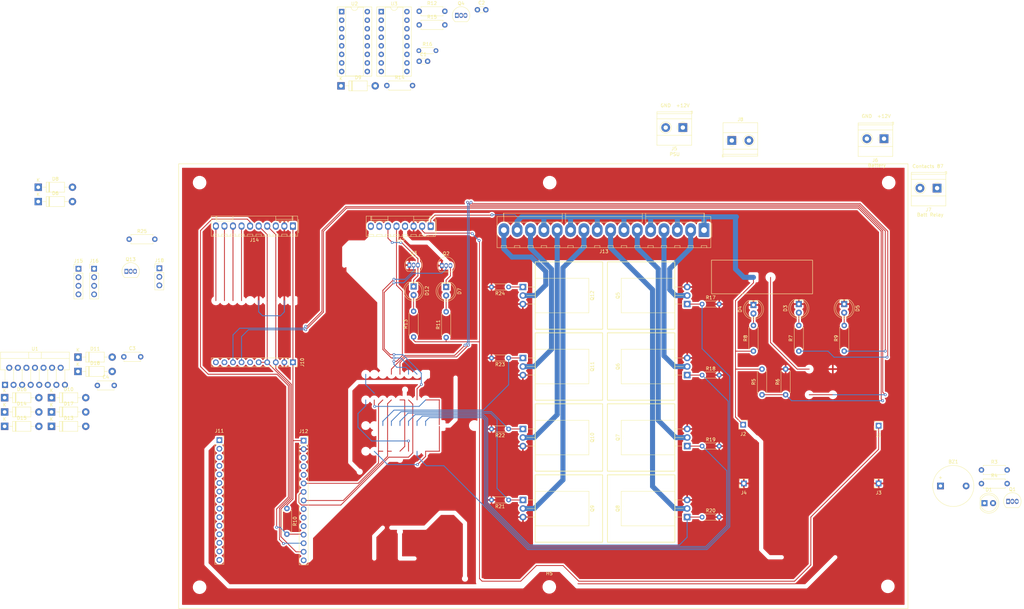
<source format=kicad_pcb>
(kicad_pcb (version 20211014) (generator pcbnew)
  (title_block (title "Greenhouse control unit") (date "2022-03-27") (rev "1"))
  (layers (0 "F.Cu" signal) (31 "B.Cu" signal) (34 "B.Paste" user) (35 "F.Paste" user) (36 "B.SilkS" user "B.Silkscreen") (37 "F.SilkS" user "F.Silkscreen") (38 "B.Mask" user) (39 "F.Mask" user) (44 "Edge.Cuts" user))
  (net 0 "")
  (net 1 "GND")
  (net 2 "Net-(BZ1-Pad1)")
  (net 3 "+5V")
  (net 4 "Net-(D3-Pad2)")
  (net 5 "/SR_CLR")
  (net 6 "/MC_A0")
  (net 7 "+3V3")
  (net 8 "/MC_D5")
  (net 9 "/ADC2_A0")
  (net 10 "/ADC2_A1")
  (net 11 "/Motor2_SR_Q7")
  (net 12 "+10V")
  (net 13 "/StartBeep_SR_Q1")
  (net 14 "/CaseFan_SR_Q2")
  (net 15 "/SW_FET1")
  (net 16 "/SW_FET2")
  (net 17 "/SW_FET3")
  (net 18 "/SW_FET4")
  (net 19 "/BattRelayNC_SR_Q0")
  (net 20 "Net-(D7-Pad2)")
  (net 21 "/BatteryLed_SR_Q4")
  (net 22 "/PsuLed_SR_Q5")
  (net 23 "/SW_FET0")
  (net 24 "/SW_FET5")
  (net 25 "/SW_FET6")
  (net 26 "/MC_D7")
  (net 27 "Net-(D5-Pad2)")
  (net 28 "/Batt+10V")
  (net 29 "/BattRelayNC_Coil_B")
  (net 30 "Net-(D7-Pad1)")
  (net 31 "/SW0_SR_Q08")
  (net 32 "/SW1_SR_Q09")
  (net 33 "/SW2_SR_Q10")
  (net 34 "/SW3_SR_Q11")
  (net 35 "/Motor1_SR_Q6")
  (net 36 "/SW4_SR_Q12")
  (net 37 "/SW5_SR_Q13")
  (net 38 "/ADC2_SCL")
  (net 39 "/MC_D0")
  (net 40 "/MC_D6")
  (net 41 "/MC_D3")
  (net 42 "/ADC2_SCA")
  (net 43 "/ADC1_A0")
  (net 44 "/ADC1_A1")
  (net 45 "/ADC1_A2")
  (net 46 "/ADC1_A3")
  (net 47 "/ADC2_ALRT")
  (net 48 "/ADC2_A2")
  (net 49 "/ADC2_A3")
  (net 50 "/SW6_SR_Q14")
  (net 51 "/SW7_SR_Q15")
  (net 52 "/SW_FET7")
  (net 53 "/MC_D8")
  (net 54 "/MC_D4")
  (net 56 "/PsuRelayNC_Coil")
  (net 57 "/SR_QH1")
  (net 58 "Net-(Q4-Pad2)")
  (net 59 "/SR_~{OE}")
  (net 60 "Net-(Q13-Pad2)")
  (net 61 "/Motor1_OutA")
  (net 62 "/Motor1_OutB")
  (net 63 "/Motor2_OutA")
  (net 64 "/Motor2_OutB")
  (net 65 "Net-(D1-Pad2)")
  (net 66 "Net-(D4-Pad2)")
  (net 67 "Net-(D12-Pad2)")
  (net 85 "/RAD_TX_GND")
  (net 88 "Net-(Q1-Pad1)")
  (footprint "TerminalBlock_Phoenix:TerminalBlock_Phoenix_MKDS-1,5-2-5.08_1x02_P5.08mm_Horizontal" (layer "F.Cu") (at 263.657 32.461 180)
    (fp_text reference "J7")
    (fp_text value "Pluggable_Terminal_01x02")
  )
  (footprint "LED_THT:LED_D5.0mm" (layer "F.Cu") (at 108.332642 61.668 -90)
    (fp_text reference "D12")
    (fp_text value "LED")
  )
  (footprint "Resistor_THT:R_Axial_DIN0204_L3.6mm_D1.6mm_P5.08mm_Horizontal" (layer "F.Cu") (at 193.930642 130.142)
    (fp_text reference "R20")
    (fp_text value "10k")
  )
  (footprint "Connector_PinSocket_2.54mm:PinSocket_1x01_P2.54mm_Vertical" (layer "F.Cu") (at 246.317642 120.155 180)
    (fp_text reference "J3")
    (fp_text value "Buck_Conn_01x01_Female")
  )
  (footprint "Package_TO_SOT_THT:TO-220-15_P2.54x2.54mm_StaggerOdd_Lead4.58mm_Vertical" (layer "F.Cu") (at -12.908 90.88)
    (fp_text reference "U1")
    (fp_text value "L298HN")
  )
  (footprint "MountingHole:MountingHole_3mm" (layer "F.Cu") (at 44.832642 150.97)
    (fp_text reference "H3" hide)
    (fp_text value "MountingHole")
  )
  (footprint "LED_THT:LED_D5.0mm" (layer "F.Cu") (at 209.170642 67.15 -90)
    (fp_text reference "D4")
    (fp_text value "LED")
  )
  (footprint "Connector_PinSocket_2.54mm:PinSocket_1x01_P2.54mm_Vertical" (layer "F.Cu") (at 206.122642 102.71 180)
    (fp_text reference "J2")
    (fp_text value "Buck_Conn_01x01_Female")
  )
  (footprint "Connector_PinSocket_2.54mm:PinSocket_1x01_P2.54mm_Vertical" (layer "F.Cu") (at 246.317642 103.01 180)
    (fp_text reference "J1")
    (fp_text value "Buck_Conn_01x01_Female")
  )
  (footprint "Resistor_THT:R_Axial_DIN0207_L6.3mm_D2.5mm_P7.62mm_Horizontal" (layer "F.Cu") (at 70.740642 127.602 -90)
    (fp_text reference "R10")
    (fp_text value "4k6")
  )
  (footprint "LED_THT:LED_D5.0mm" (layer "F.Cu") (at 236.094642 66.896 -90)
    (fp_text reference "D5")
    (fp_text value "LED")
  )
  (footprint "Connector_PinHeader_2.54mm:PinHeader_1x04_P2.54mm_Vertical" (layer "F.Cu") (at 8.89 56.388)
    (fp_text reference "J15")
    (fp_text value "RX_PinHeader_1x04_P2.54mm")
  )
  (footprint "TerminalBlock_Phoenix:TerminalBlock_Phoenix_MKDS-1,5-2-5.08_1x02_P5.08mm_Horizontal" (layer "F.Cu") (at 247.904 17.78 180)
    (fp_text reference "J6")
    (fp_text value "Pluggable_Terminal_01x02")
  )
  (footprint "Diode_THT:D_DO-41_SOD81_P10.16mm_Horizontal" (layer "F.Cu") (at -13.018 98.94)
    (fp_text reference "D14")
    (fp_text value "1N4007")
  )
  (footprint "Connector_Molex:Molex_KK-396_A-41791-0016_1x16_P3.96mm_Vertical" (layer "F.Cu") (at 194.502142 44.93 180)
    (fp_text reference "J13")
    (fp_text value "Molex_KK-396_01x16")
  )
  (footprint "Resistor_THT:R_Axial_DIN0204_L3.6mm_D1.6mm_P5.08mm_Horizontal" (layer "F.Cu") (at 136.526642 61.816 180)
    (fp_text reference "R24")
    (fp_text value "10k")
  )
  (footprint "Resistor_THT:R_Axial_DIN0207_L6.3mm_D2.5mm_P7.62mm_Horizontal" (layer "F.Cu") (at 117.984642 76.802 90)
    (fp_text reference "R11")
    (fp_text value "2k")
  )
  (footprint "Resistor_THT:R_Axial_DIN0207_L6.3mm_D2.5mm_P7.62mm_Horizontal" (layer "F.Cu") (at 211.710642 86.2 -90)
    (fp_text reference "R5")
    (fp_text value "1M")
  )
  (footprint "Resistor_THT:R_Axial_DIN0207_L6.3mm_D2.5mm_P7.62mm_Horizontal" (layer "F.Cu") (at 109.982 -20.057)
    (fp_text reference "R12")
    (fp_text value "10k")
  )
  (footprint "Diode_THT:D_DO-41_SOD81_P10.16mm_Horizontal" (layer "F.Cu") (at 0.892 94.69)
    (fp_text reference "D10")
    (fp_text value "1N4007")
  )
  (footprint "Resistor_THT:R_Axial_DIN0207_L6.3mm_D2.5mm_P7.62mm_Horizontal" (layer "F.Cu") (at 109.982 -16.007)
    (fp_text reference "R15")
    (fp_text value "10k")
  )
  (footprint "Resistor_THT:R_Axial_DIN0207_L6.3mm_D2.5mm_P7.62mm_Horizontal" (layer "F.Cu") (at 218.710642 93.82 90)
    (fp_text reference "R6")
    (fp_text value "220k")
  )
  (footprint "Resistor_THT:R_Axial_DIN0204_L3.6mm_D1.6mm_P5.08mm_Horizontal" (layer "F.Cu") (at 193.930642 87.978)
    (fp_text reference "R18")
    (fp_text value "10k")
  )
  (footprint "LED_THT:LED_D5.0mm" (layer "F.Cu") (at 117.984642 61.811 -90)
    (fp_text reference "D7")
    (fp_text value "LED")
  )
  (footprint "Connector_PinHeader_2.54mm:PinHeader_1x03_P2.54mm_Vertical" (layer "F.Cu") (at 32.893 56.261)
    (fp_text reference "J18")
    (fp_text value "Conn_01x03_Male")
  )
  (footprint "Capacitor_THT:C_Disc_D4.7mm_W2.5mm_P5.00mm" (layer "F.Cu") (at 22.352 82.55)
    (fp_text reference "C3")
    (fp_text value "100nF")
  )
  (footprint "Connector_PinSocket_2.54mm:PinSocket_1x10_P2.54mm_Vertical" (layer "F.Cu") (at 72.518642 84.193 -90)
    (fp_text reference "J10")
    (fp_text value "Conn_01x10_Female")
  )
  (footprint "Diode_THT:D_DO-41_SOD81_P10.16mm_Horizontal" (layer "F.Cu") (at -13.018 94.69)
    (fp_text reference "D16")
    (fp_text value "1N4007")
  )
  (footprint "Resistor_THT:R_Axial_DIN0204_L3.6mm_D1.6mm_P5.08mm_Horizontal" (layer "F.Cu") (at 193.930642 109.06)
    (fp_text reference "R19")
    (fp_text value "10k")
  )
  (footprint "Diode_THT:D_DO-41_SOD81_P10.16mm_Horizontal" (layer "F.Cu") (at 86.782 2.093)
    (fp_text reference "D9")
    (fp_text value "1N4001")
  )
  (footprint "Connector_PinSocket_2.54mm:PinSocket_1x01_P2.54mm_Vertical" (layer "F.Cu") (at 206.312642 120.155 180)
    (fp_text reference "J4")
    (fp_text value "Buck_Conn_01x01_Female")
  )
  (footprint "Resistor_THT:R_Axial_DIN0207_L6.3mm_D2.5mm_P7.62mm_Horizontal" (layer "F.Cu") (at 23.93 47.633)
    (fp_text reference "R25")
    (fp_text value "10k")
  )
  (footprint "Resistor_THT:R_Axial_DIN0204_L3.6mm_D1.6mm_P5.08mm_Horizontal" (layer "F.Cu") (at 136.526642 82.898 180)
    (fp_text reference "R23")
    (fp_text value "10k")
  )
  (footprint "TerminalBlock_Phoenix:TerminalBlock_Phoenix_MKDS-1,5-2-5.08_1x02_P5.08mm_Horizontal" (layer "F.Cu") (at 188.214 14.478 180)
    (fp_text reference "J5")
    (fp_text value "Pluggable_Terminal_01x02")
  )
  (footprint "Resistor_THT:R_Axial_DIN0204_L3.6mm_D1.6mm_P5.08mm_Horizontal" (layer "F.Cu") (at 109.882 -8.357)
    (fp_text reference "R16")
    (fp_text value "10k")
  )
  (footprint "Package_TO_SOT_THT:TO-92_Inline" (layer "F.Cu") (at 107.062642 55.318)
    (fp_text reference "Q3")
    (fp_text value "2N7000")
  )
  (footprint "Package_DIP:DIP-16_W7.62mm_Socket" (layer "F.Cu") (at 98.732 -19.957)
    (fp_text reference "U3")
    (fp_text value "74HC595")
  )
  (footprint "Package_TO_SOT_THT:TO-220-3_Horizontal_TabDown" (layer "F.Cu") (at 189.511998 87.978 90)
    (fp_text reference "Q6")
    (fp_text value "IRLB8721PBF")
  )
  (footprint "Resistor_THT:R_Axial_DIN0204_L3.6mm_D1.6mm_P5.08mm_Horizontal" (layer "F.Cu") (at 136.526642 103.98 180)
    (fp_text reference "R22")
    (fp_text value "10k")
  )
  (footprint "Diode_THT:D_DO-41_SOD81_P10.16mm_Horizontal" (layer "F.Cu") (at -13.018 103.19)
    (fp_text reference "D15")
    (fp_text value "1N4007")
  )
  (footprint "Connector_Molex:Molex_KK-254_AE-6410-10A_1x10_P2.54mm_Vertical" (layer "F.Cu") (at 72.518642 43.726 180)
    (fp_text reference "J14")
    (fp_text value "Molex_KK-254_01x10")
  )
  (footprint "Diode_THT:D_DO-41_SOD81_P10.16mm_Horizontal" (layer "F.Cu") (at 8.742 86.9)
    (fp_text reference "D18")
    (fp_text value "1N4007")
  )
  (footprint "Buzzer_Beeper:Buzzer_12x9.5RM7.6" (layer "F.Cu") (at 264.668 120.904)
    (fp_text reference "BZ1")
    (fp_text value "Buzzer")
  )
  (footprint "Package_DIP:DIP-16_W7.62mm_Socket" (layer "F.Cu") (at 86.982 -19.957)
    (fp_text reference "U2")
    (fp_text value "74HC595")
  )
  (footprint "Diode_THT:D_DO-41_SOD81_P10.16mm_Horizontal" (layer "F.Cu") (at 0.892 98.94)
    (fp_text reference "D17")
    (fp_text value "1N4007")
  )
  (footprint "Capacitor_THT:C_Disc_D4.7mm_W2.5mm_P5.00mm" (layer "F.Cu") (at 14.502 91.05)
    (fp_text reference "C4")
    (fp_text value "100nF")
  )
  (footprint "Diode_THT:D_DO-41_SOD81_P10.16mm_Horizontal" (layer "F.Cu") (at 8.742 82.65)
    (fp_text reference "D11")
    (fp_text value "1N4007")
  )
  (footprint "Capacitor_THT:C_Disc_D3.0mm_W1.6mm_P2.50mm" (layer "F.Cu") (at 109.982 -5.207)
    (fp_text reference "C1")
    (fp_text value "0.01 μf")
  )
  (footprint "Connector_PinHeader_2.54mm:PinHeader_1x04_P2.54mm_Vertical" (layer "F.Cu") (at 13.54 56.388)
    (fp_text reference "J16")
    (fp_text value "TX_PinHeader_1x04_P2.54mm")
  )
  (footprint "Package_TO_SOT_THT:TO-92_Inline" (layer "F.Cu") (at 23.11 57.163)
    (fp_text reference "Q13")
    (fp_text value "2N2222A")
  )
  (footprint "Resistor_THT:R_Axial_DIN0207_L6.3mm_D2.5mm_P7.62mm_Horizontal" (layer "F.Cu") (at 209.170642 80.866 90)
    (fp_text reference "R8")
    (fp_text value "10k")
  )
  (footprint "Package_TO_SOT_THT:TO-220-3_Horizontal_TabDown" (layer "F.Cu") (at 189.519713 109.06 90)
    (fp_text reference "Q7")
    (fp_text value "IRLB8721PBF")
  )
  (footprint "Connector_PinSocket_2.54mm:PinSocket_1x15_P2.54mm_Vertical" (layer "F.Cu") (at 50.699642 107.312)
    (fp_text reference "J11")
    (fp_text value "Conn_01x15_Female")
  )
  (footprint "MountingHole:MountingHole_3mm" (layer "F.Cu") (at 148.59 150.876)
    (fp_text reference "H5")
    (fp_text value "MountingHole")
  )
  (footprint "Package_TO_SOT_THT:TO-220-3_Horizontal_TabDown" (layer "F.Cu") (at 189.494856 130.142 90)
    (fp_text reference "Q8")
    (fp_text value "IRLB8721PBF")
  )
  (footprint "Resistor_THT:R_Axial_DIN0207_L6.3mm_D2.5mm_P7.62mm_Horizontal" (layer "F.Cu") (at 222.632642 80.866 90)
    (fp_text reference "R7")
    (fp_text value "1k")
  )
  (footprint "Connector_PinSocket_2.54mm:PinSocket_1x15_P2.54mm_Vertical" (layer "F.Cu") (at 75.699642 107.432)
    (fp_text reference "J12")
    (fp_text value "Conn_01x15_Female")
  )
  (footprint "Diode_THT:D_DO-41_SOD81_P10.16mm_Horizontal" (layer "F.Cu") (at -3.048 36.449)
    (fp_text reference "D6")
    (fp_text value "1N4001")
  )
  (footprint "Resistor_THT:R_Axial_DIN0207_L6.3mm_D2.5mm_P7.62mm_Horizontal" (layer "F.Cu") (at 100.392 1.993)
    (fp_text reference "R14")
    (fp_text value "10k")
  )
  (footprint "LED_THT:LED_D5.0mm" (layer "F.Cu") (at 277.718 126.004)
    (fp_text reference "D1")
    (fp_text value "LED")
  )
  (footprint "Package_TO_SOT_THT:TO-220-3_Horizontal_TabDown" (layer "F.Cu") (at 140.758642 103.98 -90)
    (fp_text reference "Q10")
    (fp_text value "IRLB8721PBF")
  )
  (footprint "Package_TO_SOT_THT:TO-220-3_Horizontal_TabDown" (layer "F.Cu") (at 140.744856 61.816 -90)
    (fp_text reference "Q12")
    (fp_text value "IRLB8721PBF")
  )
  (footprint "Package_TO_SOT_THT:TO-220-3_Horizontal_TabDown" (layer "F.Cu") (at 189.508642 66.896 90)
    (fp_text reference "Q5")
    (fp_text value "IRLB8721PBF")
  )
  (footprint "Capacitor_THT:C_Disc_D3.0mm_W1.6mm_P2.50mm" (layer "F.Cu") (at 127.262 -20.507)
    (fp_text reference "C2")
    (fp_text value "0.01 μf")
  )
  (footprint "Resistor_THT:R_Axial_DIN0204_L3.6mm_D1.6mm_P5.08mm_Horizontal" (layer "F.Cu") (at 193.930642 66.896)
    (fp_text reference "R17")
    (fp_text value "10k")
  )
  (footprint "Resistor_THT:R_Axial_DIN0204_L3.6mm_D1.6mm_P5.08mm_Horizontal" (layer "F.Cu") (at 136.526642 125.062 180)
    (fp_text reference "R21")
    (fp_text value "10k")
  )
  (footprint "Diode_THT:D_DO-41_SOD81_P10.16mm_Horizontal" (layer "F.Cu") (at -3.048 32.199)
    (fp_text reference "D8")
    (fp_text value "1N4001")
  )
  (footprint "Resistor_THT:R_Axial_DIN0207_L6.3mm_D2.5mm_P7.62mm_Horizontal" (layer "F.Cu") (at 276.818 120.204)
    (fp_text reference "R4")
    (fp_text value "1k")
  )
  (footprint "LED_THT:LED_D5.0mm" (layer "F.Cu") (at 222.632642 66.896 -90)
    (fp_text reference "D3")
    (fp_text value "LED")
  )
  (footprint "Connector_Molex:Molex_KK-254_AE-6410-08A_1x08_P2.54mm_Vertical" (layer "F.Cu") (at 113.412642 43.782 180)
    (fp_text reference "J17")
    (fp_text value "Molex_KK-254_01x08")
  )
  (footprint "Package_TO_SOT_THT:TO-92_Inline" (layer "F.Cu") (at 116.714642 55.466)
    (fp_text reference "Q2")
    (fp_text value "2N7000")
  )
  (footprint "MountingHole:MountingHole_3mm" (layer "F.Cu") (at 44.832642 30.828)
    (fp_text reference "H1" hide)
    (fp_text value "MountingHole")
  )
  (footprint "MountingHole:MountingHole_3mm" (layer "F.Cu") (at 249.302642 30.828)
    (fp_text reference "H2" hide)
    (fp_text value "MountingHole")
  )
  (footprint "Resistor_THT:R_Axial_DIN0207_L6.3mm_D2.5mm_P7.62mm_Horizontal" (layer "F.Cu") (at 276.818 116.154)
    (fp_text reference "R3")
    (fp_text value "2k")
  )
  (footprint "Package_TO_SOT_THT:TO-220-3_Horizontal_TabDown" (layer "F.Cu") (at 140.783499 125.062 -90)
    (fp_text reference "Q9")
    (fp_text value "IRLB8721PBF")
  )
  (footprint "Package_TO_SOT_THT:TO-92_Inline" (layer "F.Cu") (at 284.728 125.484)
    (fp_text reference "Q1")
    (fp_text value "2N2222A")
  )
  (footprint "Package_TO_SOT_THT:TO-220-3_Horizontal_TabDown" (layer "F.Cu") (at 140.755285 82.898 -90)
    (fp_text reference "Q11")
    (fp_text value "IRLB8721PBF")
  )
  (footprint "MountingHole:MountingHole_3mm" (layer "F.Cu") (at 249.048642 150.716)
    (fp_text reference "H4" hide)
    (fp_text value "MountingHole")
  )
  (footprint "Resistor_THT:R_Axial_DIN0207_L6.3mm_D2.5mm_P7.62mm_Horizontal" (layer "F.Cu") (at 108.332642 76.654 90)
    (fp_text reference "R13")
    (fp_text value "2k")
  )
  (footprint "Resistor_THT:R_Axial_DIN0207_L6.3mm_D2.5mm_P7.62mm_Horizontal" (layer "F.Cu") (at 236.094642 80.866 90)
    (fp_text reference "R9")
    (fp_text value "1k")
  )
  (footprint "MountingHole:MountingHole_3mm" (layer "F.Cu") (at 148.718642 30.828)
    (fp_text reference "H6" hide)
    (fp_text value "MountingHole")
  )
  (footprint "TerminalBlock_Phoenix:TerminalBlock_Phoenix_MKDS-1,5-2-5.08_1x02_P5.08mm_Horizontal" (layer "F.Cu") (at 202.74 18.312)
    (fp_text reference "J8")
    (fp_text value "Pluggable_Terminal_01x02")
  )
  (footprint "Diode_THT:D_DO-41_SOD81_P10.16mm_Horizontal" (layer "F.Cu") (at 0.892 103.19)
    (fp_text reference "D13")
    (fp_text value "1N4007")
  )
  (footprint "Package_TO_SOT_THT:TO-92_Inline" (layer "F.Cu") (at 121.162 -18.827)
    (fp_text reference "Q4")
    (fp_text value "2N2222A")
  )
  (gr_rect (start 196.710642 53.848) (end 226.710642 63.848) (layer "F.SilkS") (width 0.15) (fill none))
  (gr_rect (start 164.418215 116.52) (end 144.418215 96.52) (layer "F.SilkS") (width 0.2) (fill none))
  (gr_rect (start 255.017642 25.24) (end 38.609642 157.32) (layer "F.SilkS") (width 0.15) (fill none))
  (gr_rect (start 164.421572 95.438) (end 144.421572 75.438) (layer "F.SilkS") (width 0.2) (fill none))
  (gr_rect (start 164.393357 137.602) (end 144.393357 117.602) (layer "F.SilkS") (width 0.2) (fill none))
  (gr_rect (start 164.432 74.356) (end 144.432 54.356) (layer "F.SilkS") (width 0.2) (fill none))
  (gr_rect (start 185.828215 74.356) (end 165.828215 54.356) (layer "F.SilkS") (width 0.2) (fill none))
  (gr_rect (start 185.817144 116.52) (end 165.817144 96.52) (layer "F.SilkS") (width 0.2) (fill none))
  (gr_rect (start 185.842001 137.602) (end 165.842001 117.602) (layer "F.SilkS") (width 0.2) (fill none))
  (gr_rect (start 185.824858 95.438) (end 165.824858 75.438) (layer "F.SilkS") (width 0.2) (fill none))
  (segment (start 222.124642 86.2) (end 214.250642 78.326) (width 0.25) (layer "F.Cu") (net 0))
  (segment (start 214.250642 78.326) (end 214.250642 58.951) (width 0.25) (layer "F.Cu") (net 0))
  (segment (start 225.710642 86.2) (end 222.124642 86.2) (width 0.25) (layer "F.Cu") (net 0))
  (segment (start 96.68 93.312) (end 96.614 93.312) (width 0.25) (layer "B.Cu") (net 0))
  (segment (start 96.658642 93.333358) (end 96.68 93.312) (width 0.25) (layer "B.Cu") (net 0))
  (segment (start 94.118642 90.816642) (end 94.118642 87.734) (width 0.25) (layer "B.Cu") (net 0))
  (segment (start 96.614 93.312) (end 94.118642 90.816642) (width 0.25) (layer "B.Cu") (net 0))
  (segment (start 101.982642 48.608) (end 100.712642 47.338) (width 0.25) (layer "F.Cu") (net 1))
  (segment (start 109.602642 53.434) (end 109.602642 55.318) (width 0.25) (layer "F.Cu") (net 1))
  (segment (start 109.602642 55.318) (end 109.602642 58.514) (width 0.25) (layer "F.Cu") (net 1))
  (segment (start 104.776642 48.608) (end 109.602642 53.434) (width 0.25) (layer "F.Cu") (net 1))
  (segment (start 109.602642 58.514) (end 108.332642 59.784) (width 0.25) (layer "F.Cu") (net 1))
  (segment (start 100.712642 47.338) (end 100.712642 43.782) (width 0.25) (layer "F.Cu") (net 1))
  (segment (start 108.332642 59.784) (end 108.332642 61.668) (width 0.25) (layer "F.Cu") (net 1))
  (via (at 104.522642 48.608) (size 0.8) (drill 0.4) (layers "F.Cu" "B.Cu") (net 1))
  (via (at 101.982642 48.608) (size 0.8) (drill 0.4) (layers "F.Cu" "B.Cu") (net 1))
  (segment (start 101.982642 48.608) (end 104.522642 48.608) (width 0.25) (layer "B.Cu") (net 1))
  (segment (start 62.358642 69.216642) (end 63.5 70.358) (width 0.25) (layer "B.Cu") (net 1))
  (segment (start 68.834 70.358) (end 69.978642 69.213358) (width 0.25) (layer "B.Cu") (net 1))
  (segment (start 62.358642 65.88) (end 62.358642 69.216642) (width 0.25) (layer "B.Cu") (net 1))
  (segment (start 63.5 70.358) (end 68.834 70.358) (width 0.25) (layer "B.Cu") (net 1))
  (segment (start 69.978642 69.213358) (end 69.978642 65.88) (width 0.25) (layer "B.Cu") (net 1))
  (segment (start 125.73 45.974) (end 125.57 45.814) (width 0.25) (layer "F.Cu") (net 3))
  (segment (start 108.837358 78.103358) (end 117.984642 78.103358) (width 0.25) (layer "F.Cu") (net 3))
  (segment (start 152.654 144.526) (end 157.32 149.192) (width 0.25) (layer "F.Cu") (net 3))
  (segment (start 128.652642 149.192) (end 140.114 149.192) (width 0.25) (layer "F.Cu") (net 3))
  (segment (start 117.984642 76.802) (end 117.984642 78.103358) (width 0.25) (layer "F.Cu") (net 3))
  (segment (start 127.890642 148.43) (end 128.652642 149.192) (width 0.25) (layer "F.Cu") (net 3))
  (segment (start 127.890642 48.134642) (end 127.762 48.006) (width 0.25) (layer "F.Cu") (net 3))
  (segment (start 144.78 144.526) (end 152.654 144.526) (width 0.25) (layer "F.Cu") (net 3))
  (segment (start 226.188642 144.366) (end 226.188642 130.142) (width 0.25) (layer "F.Cu") (net 3))
  (segment (start 108.332642 77.598642) (end 108.837358 78.103358) (width 0.25) (layer "F.Cu") (net 3))
  (segment (start 246.317642 110.013) (end 246.317642 103.01) (width 0.25) (layer "F.Cu") (net 3))
  (segment (start 110.872642 45.052) (end 110.872642 43.782) (width 0.25) (layer "F.Cu") (net 3))
  (segment (start 125.57 45.814) (end 111.634642 45.814) (width 0.25) (layer "F.Cu") (net 3))
  (segment (start 226.188642 130.142) (end 246.317642 110.013) (width 0.25) (layer "F.Cu") (net 3))
  (segment (start 157.32 149.192) (end 221.362642 149.192) (width 0.25) (layer "F.Cu") (net 3))
  (segment (start 117.984642 78.103358) (end 127.890642 78.103358) (width 0.25) (layer "F.Cu") (net 3))
  (segment (start 127.890642 148.43) (end 127.890642 48.134642) (width 0.25) (layer "F.Cu") (net 3))
  (segment (start 140.114 149.192) (end 144.78 144.526) (width 0.25) (layer "F.Cu") (net 3))
  (segment (start 108.332642 76.654) (end 108.332642 77.598642) (width 0.25) (layer "F.Cu") (net 3))
  (segment (start 111.634642 45.814) (end 110.872642 45.052) (width 0.25) (layer "F.Cu") (net 3))
  (segment (start 221.362642 149.192) (end 226.188642 144.366) (width 0.25) (layer "F.Cu") (net 3))
  (via (at 125.73 45.974) (size 0.8) (drill 0.4) (layers "F.Cu" "B.Cu") (net 3))
  (via (at 127.762 48.006) (size 0.8) (drill 0.4) (layers "F.Cu" "B.Cu") (net 3))
  (segment (start 125.73 45.974) (end 127.762 48.006) (width 0.25) (layer "B.Cu") (net 3))
  (segment (start 222.632642 69.436) (end 222.632642 73.246) (width 0.25) (layer "F.Cu") (net 4))
  (segment (start 96.658642 95.354) (end 96.658642 97.166642) (width 0.25) (layer "F.Cu") (net 5))
  (segment (start 111.898642 112.129358) (end 111.898642 110.594) (width 0.25) (layer "F.Cu") (net 5))
  (segment (start 109.474 114.554) (end 111.898642 112.129358) (width 0.25) (layer "F.Cu") (net 5))
  (segment (start 115.962642 110.594) (end 115.972642 110.584) (width 0.25) (layer "F.Cu") (net 5))
  (segment (start 111.898642 110.594) (end 115.962642 110.594) (width 0.25) (layer "F.Cu") (net 5))
  (segment (start 115.942642 95.354) (end 115.952642 95.344) (width 0.25) (layer "F.Cu") (net 5))
  (segment (start 115.972642 110.584) (end 115.972642 103.198) (width 0.25) (layer "F.Cu") (net 5))
  (segment (start 115.952642 95.344) (end 115.952642 102.71) (width 0.25) (layer "F.Cu") (net 5))
  (segment (start 96.658642 97.166642) (end 96.774 97.282) (width 0.25) (layer "F.Cu") (net 5))
  (segment (start 111.898642 95.354) (end 115.942642 95.354) (width 0.25) (layer "F.Cu") (net 5))
  (via (at 96.774 97.282) (size 0.8) (drill 0.4) (layers "F.Cu" "B.Cu") (net 5))
  (via (at 109.474 114.554) (size 0.8) (drill 0.4) (layers "F.Cu" "B.Cu") (net 5))
  (segment (start 96.658642 110.594) (end 100.618642 114.554) (width 0.25) (layer "B.Cu") (net 5))
  (segment (start 96.774 97.282) (end 109.970642 97.282) (width 0.25) (layer "B.Cu") (net 5))
  (segment (start 100.618642 114.554) (end 109.474 114.554) (width 0.25) (layer "B.Cu") (net 5))
  (segment (start 109.970642 97.282) (end 111.898642 95.354) (width 0.25) (layer "B.Cu") (net 5))
  (segment (start 72.518642 43.726) (end 72.518642 65.88) (width 0.25) (layer "F.Cu") (net 7))
  (segment (start 70.740642 126.586) (end 72.518642 124.808) (width 0.25) (layer "F.Cu") (net 7))
  (segment (start 70.740642 127.602) (end 70.740642 126.586) (width 0.25) (layer "F.Cu") (net 7))
  (segment (start 72.518642 124.808) (end 72.518642 84.193) (width 0.25) (layer "F.Cu") (net 7))
  (segment (start 72.518642 107.432) (end 75.699642 107.432) (width 0.25) (layer "F.Cu") (net 7))
  (segment (start 72.518642 65.88) (end 72.518642 84.193) (width 0.25) (layer "F.Cu") (net 7))
  (segment (start 100.722642 110.594) (end 100.614131 110.485489) (width 0.25) (layer "F.Cu") (net 8))
  (segment (start 100.614131 112.080228) (end 87.482359 125.212) (width 0.25) (layer "F.Cu") (net 8))
  (segment (start 100.614131 96.478511) (end 100.614131 110.485489) (width 0.25) (layer "F.Cu") (net 8))
  (segment (start 100.614131 110.485489) (end 100.614131 112.080228) (width 0.25) (layer "F.Cu") (net 8))
  (segment (start 101.738642 110.594) (end 100.722642 110.594) (width 0.25) (layer "F.Cu") (net 8))
  (segment (start 101.738642 95.354) (end 100.614131 96.478511) (width 0.25) (layer "F.Cu") (net 8))
  (segment (start 87.482359 125.212) (end 75.699642 125.212) (width 0.25) (layer "F.Cu") (net 8))
  (segment (start 81.604162 69.24048) (end 76.328642 74.516) (width 0.25) (layer "F.Cu") (net 9))
  (segment (start 211.710642 93.82) (end 218.710642 93.82) (width 0.25) (layer "F.Cu") (net 9))
  (segment (start 240.226444 38.38952) (end 88.45284 38.38952) (width 0.25) (layer "F.Cu") (net 9))
  (segment (start 81.604162 45.238198) (end 81.604162 69.24048) (width 0.25) (layer "F.Cu") (net 9))
  (segment (start 247.075122 95.14848) (end 247.075122 45.238198) (width 0.25) (layer "F.Cu") (net 9))
  (segment (start 247.075122 45.238198) (end 240.226444 38.38952) (width 0.25) (layer "F.Cu") (net 9))
  (segment (start 247.524642 95.598) (end 247.075122 95.14848) (width 0.25) (layer "F.Cu") (net 9))
  (segment (start 88.45284 38.38952) (end 81.604162 45.238198) (width 0.25) (layer "F.Cu") (net 9))
  (via (at 247.524642 95.598) (size 0.8) (drill 0.4) (layers "F.Cu" "B.Cu") (net 9))
  (via (at 76.328642 74.516) (size 0.8) (drill 0.4) (layers "F.Cu" "B.Cu") (net 9))
  (segment (start 57.278642 84.193) (end 57.278642 76.548) (width 0.25) (layer "B.Cu") (net 9))
  (segment (start 220.488642 95.598) (end 218.710642 93.82) (width 0.25) (layer "B.Cu") (net 9))
  (segment (start 59.310642 74.516) (end 76.328642 74.516) (width 0.25) (layer "B.Cu") (net 9))
  (segment (start 57.278642 76.548) (end 59.310642 74.516) (width 0.25) (layer "B.Cu") (net 9))
  (segment (start 247.524642 95.598) (end 220.488642 95.598) (width 0.25) (layer "B.Cu") (net 9))
  (segment (start 81.154642 45.052) (end 88.266642 37.94) (width 0.25) (layer "F.Cu") (net 10))
  (segment (start 76.713223 73.495701) (end 81.154642 69.054282) (width 0.25) (layer "F.Cu") (net 10))
  (segment (start 247.524642 45.052) (end 247.524642 93.058) (width 0.25) (layer "F.Cu") (net 10))
  (segment (start 247.524642 93.058) (end 248.286642 93.82) (width 0.25) (layer "F.Cu") (net 10))
  (segment (start 88.266642 37.94) (end 240.412642 37.94) (width 0.25) (layer "F.Cu") (net 10))
  (segment (start 81.154642 69.054282) (end 81.154642 45.052) (width 0.25) (layer "F.Cu") (net 10))
  (segment (start 240.412642 37.94) (end 247.524642 45.052) (width 0.25) (layer "F.Cu") (net 10))
  (segment (start 225.710642 93.82) (end 232.710642 93.82) (width 0.25) (layer "F.Cu") (net 10))
  (segment (start 76.324343 73.495701) (end 76.713223 73.495701) (width 0.25) (layer "F.Cu") (net 10))
  (via (at 76.324343 73.495701) (size 0.8) (drill 0.4) (layers "F.Cu" "B.Cu") (net 10))
  (via (at 248.286642 93.82) (size 0.8) (drill 0.4) (layers "F.Cu" "B.Cu") (net 10))
  (segment (start 248.286642 93.82) (end 232.710642 93.82) (width 0.25) (layer "B.Cu") (net 10))
  (segment (start 54.738642 76.04) (end 54.738642 84.193) (width 0.25) (layer "B.Cu") (net 10))
  (segment (start 76.324343 73.495701) (end 75.753564 74.06648) (width 0.25) (layer "B.Cu") (net 10))
  (segment (start 75.753564 74.06648) (end 56.712162 74.06648) (width 0.25) (layer "B.Cu") (net 10))
  (segment (start 56.712162 74.06648) (end 54.738642 76.04) (width 0.25) (layer "B.Cu") (net 10))
  (segment (start 209.170642 60.577358) (end 209.170642 58.951) (width 0.25) (layer "F.Cu") (net 12))
  (segment (start 206.122642 102.71) (end 203.836642 100.424) (width 0.25) (layer "F.Cu") (net 12))
  (segment (start 203.836642 65.911358) (end 209.170642 60.577358) (width 0.25) (layer "F.Cu") (net 12))
  (segment (start 113.412642 41.75) (end 113.412642 43.782) (width 0.25) (layer "F.Cu") (net 12))
  (segment (start 203.836642 100.424) (end 203.836642 65.911358) (width 0.25) (layer "F.Cu") (net 12))
  (segment (start 114.682642 40.48) (end 113.412642 41.75) (width 0.25) (layer "F.Cu") (net 12))
  (segment (start 211.710642 86.2) (end 203.836642 86.2) (width 0.25) (layer "F.Cu") (net 12))
  (segment (start 131.478 40.48) (end 114.682642 40.48) (width 0.25) (layer "F.Cu") (net 12))
  (segment (start 131.478 40.48) (end 131.572 40.386) (width 0.25) (layer "F.Cu") (net 12))
  (segment (start 209.170642 80.866) (end 203.836642 80.866) (width 0.25) (layer "F.Cu") (net 12))
  (via (at 131.572 40.386) (size 0.8) (drill 0.4) (layers "F.Cu" "B.Cu") (net 12))
  (segment (start 203.836642 41.242) (end 204.090642 40.988) (width 1.5) (layer "B.Cu") (net 12))
  (segment (start 162.822142 44.93) (end 162.822142 41.1085) (width 1.5) (layer "B.Cu") (net 12))
  (segment (start 194.692642 40.988) (end 204.090642 40.988) (width 1.5) (layer "B.Cu") (net 12))
  (segment (start 186.564642 40.988) (end 194.692642 40.988) (width 1.5) (layer "B.Cu") (net 12))
  (segment (start 162.822142 41.1085) (end 162.942642 40.988) (width 1.5) (layer "B.Cu") (net 12))
  (segment (start 146.982142 41.0295) (end 146.940642 40.988) (width 1.5) (layer "B.Cu") (net 12))
  (segment (start 154.902142 41.1545) (end 155.068642 40.988) (width 1.5) (layer "B.Cu") (net 12))
  (segment (start 162.942642 40.988) (end 171.070642 40.988) (width 1.5) (layer "B.Cu") (net 12))
  (segment (start 186.582142 41.0055) (end 186.564642 40.988) (width 1.5) (layer "B.Cu") (net 12))
  (segment (start 140.394142 40.988) (end 146.940642 40.988) (width 1.5) (layer "B.Cu") (net 12))
  (segment (start 171.070642 40.988) (end 178.690642 40.988) (width 1.5) (layer "B.Cu") (net 12))
  (segment (start 139.062142 44.93) (end 139.062142 42.32) (width 1.5) (layer "B.Cu") (net 12))
  (segment (start 139.713071 41.669071) (end 140.394142 40.988) (width 1.5) (layer "B.Cu") (net 12))
  (segment (start 155.068642 40.988) (end 162.942642 40.988) (width 1.5) (layer "B.Cu") (net 12))
  (segment (start 170.742142 41.3165) (end 171.070642 40.988) (width 1.5) (layer "B.Cu") (net 12))
  (segment (start 146.940642 40.988) (end 155.068642 40.988) (width 1.5) (layer "B.Cu") (net 12))
  (segment (start 203.836642 56.482) (end 203.836642 41.242) (width 1.5) (layer "B.Cu") (net 12))
  (segment (start 138.43 40.386) (end 139.713071 41.669071) (width 0.25) (layer "B.Cu") (net 12))
  (segment (start 206.305642 58.951) (end 203.836642 56.482) (width 1.5) (layer "B.Cu") (net 12))
  (segment (start 178.662142 41.0165) (end 178.690642 40.988) (width 1.5) (layer "B.Cu") (net 12))
  (segment (start 186.582142 44.93) (end 186.582142 41.0055) (width 1.5) (layer "B.Cu") (net 12))
  (segment (start 131.572 40.386) (end 138.43 40.386) (width 0.25) (layer "B.Cu") (net 12))
  (segment (start 194.502142 41.1785) (end 194.692642 40.988) (width 1.5) (layer "B.Cu") (net 12))
  (segment (start 178.690642 40.988) (end 186.564642 40.988) (width 1.5) (layer "B.Cu") (net 12))
  (segment (start 139.062142 42.32) (end 139.713071 41.669071) (width 1.5) (layer "B.Cu") (net 12))
  (segment (start 170.742142 44.93) (end 170.742142 41.3165) (width 1.5) (layer "B.Cu") (net 12))
  (segment (start 146.982142 44.93) (end 146.982142 41.0295) (width 1.5) (layer "B.Cu") (net 12))
  (segment (start 154.902142 44.93) (end 154.902142 41.1545) (width 1.5) (layer "B.Cu") (net 12))
  (segment (start 178.662142 44.93) (end 178.662142 41.0165) (width 1.5) (layer "B.Cu") (net 12))
  (segment (start 194.502142 44.93) (end 194.502142 41.1785) (width 1.5) (layer "B.Cu") (net 12))
  (segment (start 209.170642 58.951) (end 206.305642 58.951) (width 1.5) (layer "B.Cu") (net 12))
  (segment (start 99.188642 62.832) (end 102.490642 59.53) (width 0.25) (layer "F.Cu") (net 14))
  (segment (start 102.490642 82.898) (end 101.728642 82.898) (width 0.25) (layer "F.Cu") (net 14))
  (segment (start 101.728642 82.898) (end 99.188642 80.358) (width 0.25) (layer "F.Cu") (net 14))
  (segment (start 99.188642 80.358) (end 99.188642 62.832) (width 0.25) (layer "F.Cu") (net 14))
  (via (at 102.490642 59.53) (size 0.8) (drill 0.4) (layers "F.Cu" "B.Cu") (net 14))
  (via (at 102.490642 82.898) (size 0.8) (drill 0.4) (layers "F.Cu" "B.Cu") (net 14))
  (segment (start 104.522642 82.898) (end 109.358642 87.734) (width 0.25) (layer "B.Cu") (net 14))
  (segment (start 102.490642 82.898) (end 104.522642 82.898) (width 0.25) (layer "B.Cu") (net 14))
  (segment (start 108.332642 56.99) (end 108.332642 55.318) (width 0.25) (layer "B.Cu") (net 14))
  (segment (start 105.792642 59.53) (end 108.332642 56.99) (width 0.25) (layer "B.Cu") (net 14))
  (segment (start 102.490642 59.53) (end 105.792642 59.53) (width 0.25) (layer "B.Cu") (net 14))
  (segment (start 182.622142 82.2575) (end 182.622142 44.93) (width 1.5) (layer "B.Cu") (net 15))
  (segment (start 189.511998 85.438) (end 185.802642 85.438) (width 1.5) (layer "B.Cu") (net 15))
  (segment (start 185.802642 85.438) (end 182.622142 82.2575) (width 1.5) (layer "B.Cu") (net 15))
  (segment (start 186.056642 106.52) (end 180.922622 101.38598) (width 1.5) (layer "B.Cu") (net 16))
  (segment (start 180.922622 101.38598) (end 180.922622 56.42798) (width 1.5) (layer "B.Cu") (net 16))
  (segment (start 180.922622 56.42798) (end 174.702142 50.2075) (width 1.5) (layer "B.Cu") (net 16))
  (segment (start 189.519713 106.52) (end 186.056642 106.52) (width 1.5) (layer "B.Cu") (net 16))
  (segment (start 174.702142 50.2075) (end 174.702142 44.93) (width 1.5) (layer "B.Cu") (net 16))
  (segment (start 185.802642 127.602) (end 179.223102 121.02246) (width 1.5) (layer "B.Cu") (net 17))
  (segment (start 166.782142 50.1615) (end 166.782142 44.93) (width 1.5) (layer "B.Cu") (net 17))
  (segment (start 189.494856 127.602) (end 185.802642 127.602) (width 1.5) (layer "B.Cu") (net 17))
  (segment (start 179.223102 62.60246) (end 166.782142 50.1615) (width 1.5) (layer "B.Cu") (net 17))
  (segment (start 179.223102 121.02246) (end 179.223102 62.60246) (width 1.5) (layer "B.Cu") (net 17))
  (segment (start 158.862142 49.8945) (end 152.641662 56.11498) (width 1.5) (layer "B.Cu") (net 18))
  (segment (start 144.146642 127.602) (end 140.783499 127.602) (width 1.5) (layer "B.Cu") (net 18))
  (segment (start 152.641662 119.10698) (end 144.146642 127.602) (width 1.5) (layer "B.Cu") (net 18))
  (segment (start 158.862142 44.93) (end 158.862142 49.8945) (width 1.5) (layer "B.Cu") (net 18))
  (segment (start 152.641662 56.11498) (end 152.641662 119.10698) (width 1.5) (layer "B.Cu") (net 18))
  (segment (start 101.34836 81.882) (end 99.638162 80.171802) (width 0.25) (layer "F.Cu") (net 19))
  (segment (start 102.490642 81.882) (end 101.34836 81.882) (width 0.25) (layer "F.Cu") (net 19))
  (segment (start 99.638162 80.171802) (end 99.638162 63.407078) (width 0.25) (layer "F.Cu") (net 19))
  (segment (start 109.358642 92.032) (end 109.358642 95.354) (width 0.25) (layer "F.Cu") (net 19))
  (segment (start 99.638162 63.407078) (end 102.494941 60.550299) (width 0.25) (layer "F.Cu") (net 19))
  (segment (start 110.618642 90.772) (end 109.358642 92.032) (width 0.25) (layer "F.Cu") (net 19))
  (via (at 102.490642 81.882) (size 0.8) (drill 0.4) (layers "F.Cu" "B.Cu") (net 19))
  (via (at 102.494941 60.550299) (size 0.8) (drill 0.4) (layers "F.Cu" "B.Cu") (net 19))
  (via (at 110.618642 90.772) (size 0.8) (drill 0.4) (layers "F.Cu" "B.Cu") (net 19))
  (segment (start 105.408061 60.550299) (end 108.20636 57.752) (width 0.25) (layer "B.Cu") (net 19))
  (segment (start 117.984642 56.466) (end 117.984642 55.466) (width 0.25) (layer "B.Cu") (net 19))
  (segment (start 102.494941 60.550299) (end 105.408061 60.550299) (width 0.25) (layer "B.Cu") (net 19))
  (segment (start 116.698642 57.752) (end 117.984642 56.466) (width 0.25) (layer "B.Cu") (net 19))
  (segment (start 110.618642 90.772) (end 110.618642 87.4037) (width 0.25) (layer "B.Cu") (net 19))
  (segment (start 108.20636 57.752) (end 116.698642 57.752) (width 0.25) (layer "B.Cu") (net 19))
  (segment (start 105.096942 81.882) (end 102.490642 81.882) (width 0.25) (layer "B.Cu") (net 19))
  (segment (start 110.618642 87.4037) (end 105.096942 81.882) (width 0.25) (layer "B.Cu") (net 19))
  (segment (start 117.984642 69.182) (end 117.984642 64.351) (width 0.25) (layer "F.Cu") (net 20))
  (segment (start 121.099736 82.58552) (end 105.98884 82.58552) (width 0.25) (layer "F.Cu") (net 21))
  (segment (start 124.588642 79.096614) (end 121.099736 82.58552) (width 0.25) (layer "F.Cu") (net 21))
  (segment (start 249.011153 82.427489) (end 248.794642 82.644) (width 0.25) (layer "F.Cu") (net 21))
  (segment (start 104.278642 84.295718) (end 104.278642 87.734) (width 0.25) (layer "F.Cu") (net 21))
  (segment (start 105.98884 82.58552) (end 104.278642 84.295718) (width 0.25) (layer "F.Cu") (net 21))
  (segment (start 125.7302 37.04096) (end 240.785037 37.04096) (width 0.25) (layer "F.Cu") (net 21))
  (segment (start 240.785037 37.04096) (end 249.011153 45.267076) (width 0.25) (layer "F.Cu") (net 21))
  (segment (start 249.011153 45.267076) (end 249.011153 82.427489) (width 0.25) (layer "F.Cu") (net 21))
  (segment (start 124.588642 79.088) (end 124.588642 79.096614) (width 0.25) (layer "F.Cu") (net 21))
  (segment (start 125.354941 36.665701) (end 125.7302 37.04096) (width 0.25) (layer "F.Cu") (net 21))
  (via (at 248.794642 82.644) (size 0.8) (drill 0.4) (layers "F.Cu" "B.Cu") (net 21))
  (via (at 125.354941 36.665701) (size 0.8) (drill 0.4) (layers "F.Cu" "B.Cu") (net 21))
  (via (at 124.588642 79.088) (size 0.8) (drill 0.4) (layers "F.Cu" "B.Cu") (net 21))
  (segment (start 231.268642 80.866) (end 233.046642 82.644) (width 0.25) (layer "B.Cu") (net 21))
  (segment (start 124.588642 79.088) (end 124.784162 78.89248) (width 0.25) (layer "B.Cu") (net 21))
  (segment (start 125.059153 36.961489) (end 125.354941 36.665701) (width 0.25) (layer "B.Cu") (net 21))
  (segment (start 222.632642 80.866) (end 231.268642 80.866) (width 0.25) (layer "B.Cu") (net 21))
  (segment (start 124.784162 78.89248) (end 124.784162 37.245094) (width 0.25) (layer "B.Cu") (net 21))
  (segment (start 124.784162 37.245094) (end 125.059153 36.970103) (width 0.25) (layer "B.Cu") (net 21))
  (segment (start 233.046642 82.644) (end 248.794642 82.644) (width 0.25) (layer "B.Cu") (net 21))
  (segment (start 125.059153 36.970103) (end 125.059153 36.961489) (width 0.25) (layer "B.Cu") (net 21))
  (segment (start 248.286642 80.866) (end 248.286642 45.178282) (width 0.25) (layer "F.Cu") (net 22))
  (segment (start 248.286642 45.178282) (end 240.59884 37.49048) (width 0.25) (layer "F.Cu") (net 22))
  (segment (start 123.572634 79.088008) (end 120.524642 82.136) (width 0.25) (layer "F.Cu") (net 22))
  (segment (start 125.155122 37.49048) (end 124.334642 36.67) (width 0.25) (layer "F.Cu") (net 22))
  (segment (start 101.738642 86.2) (end 101.738642 87.734) (width 0.25) (layer "F.Cu") (net 22))
  (segment (start 125.155122 37.49048) (end 240.59884 37.49048) (width 0.25) (layer "F.Cu") (net 22))
  (segment (start 120.524642 82.136) (end 105.802642 82.136) (width 0.25) (layer "F.Cu") (net 22))
  (segment (start 123.57265 79.088008) (end 123.572634 79.088008) (width 0.25) (layer "F.Cu") (net 22))
  (segment (start 105.802642 82.136) (end 101.738642 86.2) (width 0.25) (layer "F.Cu") (net 22))
  (via (at 123.57265 79.088008) (size 0.8) (drill 0.4) (layers "F.Cu" "B.Cu") (net 22))
  (via (at 248.286642 80.866) (size 0.8) (drill 0.4) (layers "F.Cu" "B.Cu") (net 22))
  (via (at 124.334642 36.67) (size 0.8) (drill 0.4) (layers "F.Cu" "B.Cu") (net 22))
  (segment (start 236.094642 80.866) (end 248.286642 80.866) (width 0.25) (layer "B.Cu") (net 22))
  (segment (start 123.864131 78.787897) (end 124.334642 78.317386) (width 0.25) (layer "B.Cu") (net 22))
  (segment (start 123.57265 79.088008) (end 123.864131 78.796527) (width 0.25) (layer "B.Cu") (net 22))
  (segment (start 124.334642 78.317386) (end 124.334642 36.67) (width 0.25) (layer "B.Cu") (net 22))
  (segment (start 123.864131 78.796527) (end 123.864131 78.787897) (width 0.25) (layer "B.Cu") (net 22))
  (segment (start 186.056642 64.356) (end 189.508642 64.356) (width 1.5) (layer "B.Cu") (net 23))
  (segment (start 184.321662 56.43898) (end 184.321662 62.62102) (width 1.5) (layer "B.Cu") (net 23))
  (segment (start 184.321662 62.62102) (end 186.056642 64.356) (width 1.5) (layer "B.Cu") (net 23))
  (segment (start 190.542142 44.93) (end 190.542142 50.2185) (width 1.5) (layer "B.Cu") (net 23))
  (segment (start 190.542142 50.2185) (end 184.321662 56.43898) (width 1.5) (layer "B.Cu") (net 23))
  (segment (start 144.146642 106.52) (end 150.942142 99.7245) (width 1.5) (layer "B.Cu") (net 24))
  (segment (start 150.942142 99.7245) (end 150.942142 44.93) (width 1.5) (layer "B.Cu") (net 24))
  (segment (start 140.758642 106.52) (end 144.146642 106.52) (width 1.5) (layer "B.Cu") (net 24))
  (segment (start 149.242622 56.49798) (end 143.022142 50.2775) (width 1.5) (layer "B.Cu") (net 25))
  (segment (start 149.242622 80.34202) (end 149.242622 56.49798) (width 1.5) (layer "B.Cu") (net 25))
  (segment (start 144.146642 85.438) (end 149.242622 80.34202) (width 1.5) (layer "B.Cu") (net 25))
  (segment (start 143.022142 50.2775) (end 143.022142 44.93) (width 1.5) (layer "B.Cu") (net 25))
  (segment (start 140.755285 85.438) (end 144.146642 85.438) (width 1.5) (layer "B.Cu") (net 25))
  (segment (start 97.918642 96.614) (end 97.918642 110.584) (width 0.25) (layer "F.Cu") (net 26))
  (segment (start 97.928642 110.594) (end 97.918642 110.584) (width 0.25) (layer "F.Cu") (net 26))
  (segment (start 97.918642 110.584) (end 97.918642 114.14) (width 0.25) (layer "F.Cu") (net 26))
  (segment (start 99.198642 95.354) (end 97.938642 96.614) (width 0.25) (layer "F.Cu") (net 26))
  (segment (start 99.198642 110.594) (end 97.928642 110.594) (width 0.25) (layer "F.Cu") (net 26))
  (segment (start 97.918642 114.14) (end 91.926642 120.132) (width 0.25) (layer "F.Cu") (net 26))
  (segment (start 97.938642 96.614) (end 97.918642 96.614) (width 0.25) (layer "F.Cu") (net 26))
  (segment (start 91.926642 120.132) (end 75.699642 120.132) (width 0.25) (layer "F.Cu") (net 26))
  (segment (start 236.094642 69.436) (end 236.094642 73.246) (width 0.25) (layer "F.Cu") (net 27))
  (segment (start 119.254642 55.466) (end 119.254642 58.514) (width 0.25) (layer "F.Cu") (net 30))
  (segment (start 119.254642 58.514) (end 117.984642 59.784) (width 0.25) (layer "F.Cu") (net 30))
  (segment (start 117.984642 59.784) (end 117.984642 61.811) (width 0.25) (layer "F.Cu") (net 30))
  (segment (start 193.930642 66.896) (end 189.508642 66.896) (width 0.25) (layer "F.Cu") (net 31))
  (segment (start 109.358642 112.118) (end 112.142642 114.902) (width 0.25) (layer "B.Cu") (net 31))
  (segment (start 109.358642 110.594) (end 109.358642 112.118) (width 0.25) (layer "B.Cu") (net 31))
  (segment (start 195.375157 139.77856) (end 202.12552 133.028197) (width 0.25) (layer "B.Cu") (net 31))
  (segment (start 193.930642 80.138642) (end 193.930642 66.896) (width 0.25) (layer "B.Cu") (net 31))
  (segment (start 142.189408 139.77856) (end 195.375157 139.77856) (width 0.25) (layer "B.Cu") (net 31))
  (segment (start 202.12552 88.33352) (end 193.930642 80.138642) (width 0.25) (layer "B.Cu") (net 31))
  (segment (start 202.12552 133.028197) (end 202.12552 88.33352) (width 0.25) (layer "B.Cu") (net 31))
  (segment (start 112.142642 114.902) (end 117.312848 114.902) (width 0.25) (layer "B.Cu") (net 31))
  (segment (start 117.312848 114.902) (end 142.189408 139.77856) (width 0.25) (layer "B.Cu") (net 31))
  (segment (start 193.930642 87.978) (end 189.511998 87.978) (width 0.25) (layer "F.Cu") (net 32))
  (segment (start 201.676 95.723358) (end 201.676 132.842) (width 0.25) (layer "B.Cu") (net 32))
  (segment (start 129.40296 126.356394) (end 129.40296 101.296012) (width 0.25) (layer "B.Cu") (net 32))
  (segment (start 129.40296 101.296012) (end 128.726468 100.61952) (width 0.25) (layer "B.Cu") (net 32))
  (segment (start 111.888642 101.694) (end 111.898642 101.704) (width 0.25) (layer "B.Cu") (net 32))
  (segment (start 111.898642 101.704) (end 111.898642 102.974) (width 0.25) (layer "B.Cu") (net 32))
  (segment (start 142.375606 139.32904) (end 129.40296 126.356394) (width 0.25) (layer "B.Cu") (net 32))
  (segment (start 193.930642 87.978) (end 201.676 95.723358) (width 0.25) (layer "B.Cu") (net 32))
  (segment (start 128.726468 100.61952) (end 112.963122 100.61952) (width 0.25) (layer "B.Cu") (net 32))
  (segment (start 195.18896 139.32904) (end 142.375606 139.32904) (width 0.25) (layer "B.Cu") (net 32))
  (segment (start 112.963122 100.61952) (end 111.888642 101.694) (width 0.25) (layer "B.Cu") (net 32))
  (segment (start 201.676 132.842) (end 195.18896 139.32904) (width 0.25) (layer "B.Cu") (net 32))
  (segment (start 193.930642 109.06) (end 189.519713 109.06) (width 0.25) (layer "F.Cu") (net 33))
  (segment (start 109.358642 101.704) (end 109.348642 101.694) (width 0.25) (layer "B.Cu") (net 33))
  (segment (start 201.22648 116.355838) (end 193.930642 109.06) (width 0.25) (layer "B.Cu") (net 33))
  (segment (start 129.85248 101.109814) (end 129.85248 126.170198) (width 0.25) (layer "B.Cu") (net 33))
  (segment (start 128.912666 100.17) (end 129.85248 101.109814) (width 0.25) (layer "B.Cu") (net 33))
  (segment (start 109.348642 101.694) (end 110.872642 100.17) (width 0.25) (layer "B.Cu") (net 33))
  (segment (start 109.358642 102.974) (end 109.358642 101.704) (width 0.25) (layer "B.Cu") (net 33))
  (segment (start 142.561803 138.87952) (end 195.002762 138.87952) (width 0.25) (layer "B.Cu") (net 33))
  (segment (start 110.872642 100.17) (end 128.912666 100.17) (width 0.25) (layer "B.Cu") (net 33))
  (segment (start 195.002762 138.87952) (end 201.22648 132.655802) (width 0.25) (layer "B.Cu") (net 33))
  (segment (start 129.85248 126.170198) (end 142.561803 138.87952) (width 0.25) (layer "B.Cu") (net 33))
  (segment (start 201.22648 132.655802) (end 201.22648 116.355838) (width 0.25) (layer "B.Cu") (net 33))
  (segment (start 193.930642 130.142) (end 189.494856 130.142) (width 0.25) (layer "F.Cu") (net 34))
  (segment (start 106.818642 101.704) (end 106.808642 101.694) (width 0.25) (layer "B.Cu") (net 34))
  (segment (start 142.748 138.43) (end 187.198 138.43) (width 0.25) (layer "B.Cu") (net 34))
  (segment (start 106.818642 102.974) (end 106.818642 101.704) (width 0.25) (layer "B.Cu") (net 34))
  (segment (start 129.098863 99.72048) (end 130.302 100.923617) (width 0.25) (layer "B.Cu") (net 34))
  (segment (start 130.302 125.984) (end 142.748 138.43) (width 0.25) (layer "B.Cu") (net 34))
  (segment (start 106.808642 101.694) (end 108.782162 99.72048) (width 0.25) (layer "B.Cu") (net 34))
  (segment (start 187.198 138.43) (end 189.494856 136.133144) (width 0.25) (layer "B.Cu") (net 34))
  (segment (start 189.494856 136.133144) (end 189.494856 130.142) (width 0.25) (layer "B.Cu") (net 34))
  (segment (start 108.782162 99.72048) (end 129.098863 99.72048) (width 0.25) (layer "B.Cu") (net 34))
  (segment (start 130.302 100.923617) (end 130.302 125.984) (width 0.25) (layer "B.Cu") (net 34))
  (segment (start 136.526642 125.062) (end 140.783499 125.062) (width 0.25) (layer "F.Cu") (net 36))
  (segment (start 106.691682 99.27096) (end 131.181884 99.27096) (width 0.25) (layer "B.Cu") (net 36))
  (segment (start 133.096 121.631358) (end 136.526642 125.062) (width 0.25) (layer "B.Cu") (net 36))
  (segment (start 104.268642 101.694) (end 106.691682 99.27096) (width 0.25) (layer "B.Cu") (net 36))
  (segment (start 104.278642 102.974) (end 104.278642 101.704) (width 0.25) (layer "B.Cu") (net 36))
  (segment (start 133.096 101.185076) (end 133.096 121.631358) (width 0.25) (layer "B.Cu") (net 36))
  (segment (start 104.278642 101.704) (end 104.268642 101.694) (width 0.25) (layer "B.Cu") (net 36))
  (segment (start 131.181884 99.27096) (end 133.096 101.185076) (width 0.25) (layer "B.Cu") (net 36))
  (segment (start 136.526642 103.98) (end 140.758642 103.98) (width 0.25) (layer "F.Cu") (net 37))
  (segment (start 101.738642 102.974) (end 101.738642 101.704) (width 0.25) (layer "B.Cu") (net 37))
  (segment (start 101.728642 101.694) (end 104.601202 98.82144) (width 0.25) (layer "B.Cu") (net 37))
  (segment (start 131.368082 98.82144) (end 136.526642 103.98) (width 0.25) (layer "B.Cu") (net 37))
  (segment (start 101.738642 101.704) (end 101.728642 101.694) (width 0.25) (layer "B.Cu") (net 37))
  (segment (start 104.601202 98.82144) (end 131.368082 98.82144) (width 0.25) (layer "B.Cu") (net 37))
  (segment (start 68.962642 135.984) (end 73.430642 140.452) (width 0.25) (layer "F.Cu") (net 38))
  (segment (start 67.438642 46.266) (end 67.438642 65.88) (width 0.25) (layer "F.Cu") (net 38))
  (segment (start 68.962642 127.728282) (end 68.962642 135.984) (width 0.25) (layer "F.Cu") (net 38))
  (segment (start 64.898642 43.726) (end 67.438642 46.266) (width 0.25) (layer "F.Cu") (net 38))
  (segment (start 67.438642 84.193) (end 67.438642 86.097282) (width 0.25) (layer "F.Cu") (net 38))
  (segment (start 67.438642 65.88) (end 67.438642 84.193) (width 0.25) (layer "F.Cu") (net 38))
  (segment (start 67.438642 86.097282) (end 72.069122 90.727763) (width 0.25) (layer "F.Cu") (net 38))
  (segment (start 72.069122 90.727763) (end 72.069122 124.621802) (width 0.25) (layer "F.Cu") (net 38))
  (segment (start 72.069122 124.621802) (end 68.962642 127.728282) (width 0.25) (layer "F.Cu") (net 38))
  (segment (start 73.430642 140.452) (end 75.699642 140.452) (width 0.25) (layer "F.Cu") (net 38))
  (segment (start 75.050131 126.577489) (end 86.752588 126.577489) (width 0.25) (layer "F.Cu") (net 40))
  (segment (start 86.752588 126.577489) (end 100.968077 112.362) (width 0.25) (layer "F.Cu") (net 40))
  (segment (start 108.078642 96.614) (end 106.818642 95.354) (width 0.25) (layer "F.Cu") (net 40))
  (segment (start 100.968077 112.362) (end 106.808642 112.362) (width 0.25) (layer "F.Cu") (net 40))
  (segment (start 74.296642 125.824) (end 75.050131 126.577489) (width 0.25) (layer "F.Cu") (net 40))
  (segment (start 75.177142 122.672) (end 74.296642 123.5525) (width 0.25) (layer "F.Cu") (net 40))
  (segment (start 108.078642 111.092) (end 108.078642 96.614) (width 0.25) (layer "F.Cu") (net 40))
  (segment (start 106.808642 112.362) (end 108.078642 111.092) (width 0.25) (layer "F.Cu") (net 40))
  (segment (start 74.296642 123.5525) (end 74.296642 125.824) (width 0.25) (layer "F.Cu") (net 40))
  (segment (start 58.973321 41.656) (end 59.818642 42.501321) (width 0.25) (layer "F.Cu") (net 41))
  (segment (start 67.793924 87.724) (end 47.372642 87.724) (width 0.25) (layer "F.Cu") (net 41))
  (segment (start 71.170082 91.100158) (end 67.793924 87.724) (width 0.25) (layer "F.Cu") (net 41))
  (segment (start 67.692642 133.19) (end 67.692642 127.726846) (width 0.25) (layer "F.Cu") (net 41))
  (segment (start 45.086642 45.098526) (end 48.529168 41.656) (width 0.25) (layer "F.Cu") (net 41))
  (segment (start 67.692642 127.726846) (end 71.170082 124.249406) (width 0.25) (layer "F.Cu") (net 41))
  (segment (start 47.372642 87.724) (end 45.086642 85.438) (width 0.25) (layer "F.Cu") (net 41))
  (segment (start 45.086642 85.438) (end 45.086642 45.098526) (width 0.25) (layer "F.Cu") (net 41))
  (segment (start 59.818642 42.501321) (end 59.818642 43.726) (width 0.25) (layer "F.Cu") (net 41))
  (segment (start 48.529168 41.656) (end 58.973321 41.656) (width 0.25) (layer "F.Cu") (net 41))
  (segment (start 71.170082 124.249406) (end 71.170082 91.100158) (width 0.25) (layer "F.Cu") (net 41))
  (segment (start 70.740642 135.222) (end 75.549642 135.222) (width 0.25) (layer "F.Cu") (net 41))
  (via (at 67.692642 133.19) (size 0.8) (drill 0.4) (layers "F.Cu" "B.Cu") (net 41))
  (segment (start 68.708642 133.19) (end 70.740642 135.222) (width 0.25) (layer "B.Cu") (net 41))
  (segment (start 67.692642 133.19) (end 68.708642 133.19) (width 0.25) (layer "B.Cu") (net 41))
  (segment (start 62.358642 84.193) (end 64.898642 84.193) (width 0.25) (layer "F.Cu") (net 42))
  (segment (start 71.619602 124.435604) (end 71.619602 90.91396) (width 0.25) (layer "F.Cu") (net 42))
  (segment (start 64.898642 65.88) (end 64.898642 46.266) (width 0.25) (layer "F.Cu") (net 42))
  (segment (start 68.513122 127.542084) (end 71.619602 124.435604) (width 0.25) (layer "F.Cu") (net 42))
  (segment (start 69.724642 138.016) (end 68.513122 136.80448) (width 0.25) (layer "F.Cu") (net 42))
  (segment (start 64.898642 46.266) (end 62.358642 43.726) (width 0.25) (layer "F.Cu") (net 42))
  (segment (start 64.898642 84.193) (end 64.898642 65.88) (width 0.25) (layer "F.Cu") (net 42))
  (segment (start 71.619602 90.91396) (end 64.898642 84.193) (width 0.25) (layer "F.Cu") (net 42))
  (segment (start 68.513122 136.80448) (end 68.513122 127.542084) (width 0.25) (layer "F.Cu") (net 42))
  (via (at 69.724642 138.016) (size 0.8) (drill 0.4) (layers "F.Cu" "B.Cu") (net 42))
  (segment (start 69.770642 138.016) (end 69.874642 137.912) (width 0.25) (layer "B.Cu") (net 42))
  (segment (start 69.874642 137.912) (end 75.699642 137.912) (width 0.25) (layer "B.Cu") (net 42))
  (segment (start 69.724642 138.016) (end 69.770642 138.016) (width 0.25) (layer "B.Cu") (net 42))
  (segment (start 57.278642 65.88) (end 57.278642 43.726) (width 0.25) (layer "F.Cu") (net 43))
  (segment (start 54.738642 43.726) (end 54.738642 65.88) (width 0.25) (layer "F.Cu") (net 44))
  (segment (start 52.198642 65.88) (end 52.198642 43.726) (width 0.25) (layer "F.Cu") (net 45))
  (segment (start 49.658642 43.726) (end 49.658642 65.88) (width 0.25) (layer "F.Cu") (net 46))
  (segment (start 136.526642 82.898) (end 140.755285 82.898) (width 0.25) (layer "F.Cu") (net 50))
  (segment (start 99.198642 101.704) (end 99.188642 101.694) (width 0.25) (layer "B.Cu") (net 50))
  (segment (start 99.198642 102.974) (end 99.198642 101.704) (width 0.25) (layer "B.Cu") (net 50))
  (segment (start 99.188642 101.694) (end 102.510722 98.37192) (width 0.25) (layer "B.Cu") (net 50))
  (segment (start 129.019802 98.37192) (end 136.526642 90.865079) (width 0.25) (layer "B.Cu") (net 50))
  (segment (start 136.526642 90.865079) (end 136.526642 82.898) (width 0.25) (layer "B.Cu") (net 50))
  (segment (start 102.510722 98.37192) (end 129.019802 98.37192) (width 0.25) (layer "B.Cu") (net 50))
  (segment (start 136.526642 61.816) (end 140.744856 61.816) (width 0.25) (layer "F.Cu") (net 51))
  (segment (start 135.102142 44.93) (end 135.102142 50.4855) (width 1.5) (layer "B.Cu") (net 52))
  (segment (start 147.543102 61.21354) (end 144.400642 64.356) (width 1.5) (layer "B.Cu") (net 52))
  (segment (start 144.400642 64.356) (end 140.744856 64.356) (width 1.5) (layer "B.Cu") (net 52))
  (segment (start 137.542642 52.926) (end 143.267158 52.926) (width 1.5) (layer "B.Cu") (net 52))
  (segment (start 135.102142 50.4855) (end 137.542642 52.926) (width 1.5) (layer "B.Cu") (net 52))
  (segment (start 147.543102 57.201944) (end 147.543102 61.21354) (width 1.5) (layer "B.Cu") (net 52))
  (segment (start 143.267158 52.926) (end 147.543102 57.201944) (width 1.5) (layer "B.Cu") (net 52))
  (segment (start 105.60562 95.354) (end 105.694131 95.442511) (width 0.25) (layer "F.Cu") (net 53))
  (segment (start 105.694131 95.442511) (end 105.694131 109.178511) (width 0.25) (layer "F.Cu") (net 53))
  (segment (start 105.694131 109.178511) (end 104.278642 110.594) (width 0.25) (layer "F.Cu") (net 53))
  (segment (start 104.278642 95.354) (end 105.60562 95.354) (width 0.25) (layer "F.Cu") (net 53))
  (segment (start 106.818642 107.546) (end 106.808642 107.536) (width 0.25) (layer "F.Cu") (net 57))
  (segment (start 106.818642 110.594) (end 106.818642 107.546) (width 0.25) (layer "F.Cu") (net 57))
  (via (at 106.808642 107.536) (size 0.8) (drill 0.4) (layers "F.Cu" "B.Cu") (net 57))
  (segment (start 94.118642 97.112) (end 94.118642 95.354) (width 0.25) (layer "B.Cu") (net 57))
  (segment (start 95.886642 107.536) (end 91.822642 103.472) (width 0.25) (layer "B.Cu") (net 57))
  (segment (start 91.822642 99.408) (end 94.118642 97.112) (width 0.25) (layer "B.Cu") (net 57))
  (segment (start 106.808642 107.536) (end 95.886642 107.536) (width 0.25) (layer "B.Cu") (net 57))
  (segment (start 91.822642 103.472) (end 91.822642 99.408) (width 0.25) (layer "B.Cu") (net 57))
  (segment (start 103.252642 61.308) (end 103.252642 43.782) (width 0.25) (layer "F.Cu") (net 63))
  (segment (start 102.490642 83.914) (end 103.261256 83.914) (width 0.25) (layer "F.Cu") (net 63))
  (segment (start 104.993153 82.182103) (end 104.993153 63.048511) (width 0.25) (layer "F.Cu") (net 63))
  (segment (start 103.261256 83.914) (end 104.993153 82.182103) (width 0.25) (layer "F.Cu") (net 63))
  (segment (start 104.993153 63.048511) (end 103.252642 61.308) (width 0.25) (layer "F.Cu") (net 63))
  (via (at 102.490642 83.914) (size 0.8) (drill 0.4) (layers "F.Cu" "B.Cu") (net 63))
  (segment (start 103.379642 85.692) (end 106.046642 85.692) (width 0.25) (layer "B.Cu") (net 63))
  (segment (start 106.818642 86.464) (end 106.818642 87.734) (width 0.25) (layer "B.Cu") (net 63))
  (segment (start 102.490642 84.803) (end 103.379642 85.692) (width 0.25) (layer "B.Cu") (net 63))
  (segment (start 102.490642 83.914) (end 102.490642 84.803) (width 0.25) (layer "B.Cu") (net 63))
  (segment (start 106.046642 85.692) (end 106.818642 86.464) (width 0.25) (layer "B.Cu") (net 63))
  (segment (start 209.170642 73.246) (end 209.170642 69.69) (width 0.25) (layer "F.Cu") (net 66))
  (segment (start 108.332642 64.208) (end 108.332642 69.034) (width 0.25) (layer "F.Cu") (net 67))
  (zone (net 1) (net_name "GND") (layer "F.Cu") (name "Ground plane") (connect_pads (clearance 0.508)) (min_thickness 0.254) (fill yes (thermal_gap 0.508) (thermal_bridge_width 0.508))
    (polygon (pts (xy 254 156.21) (xy 39.624 156.21) (xy 39.624 26.416) (xy 254 26.416)))
  )
  (zone (net 0) (net_name "") (layer "F.Cu") (connect_pads (clearance 0)) (min_thickness 0.254)
    (keepout (tracks allowed) (vias allowed) (pads allowed) (copperpour not_allowed) (footprints allowed))
    (fill (thermal_gap 0.508) (thermal_bridge_width 0.508))
    (polygon (pts (xy 186.69 138.43) (xy 143.764 138.43) (xy 143.51 53.848) (xy 186.69 53.848)))
  )
)
</source>
